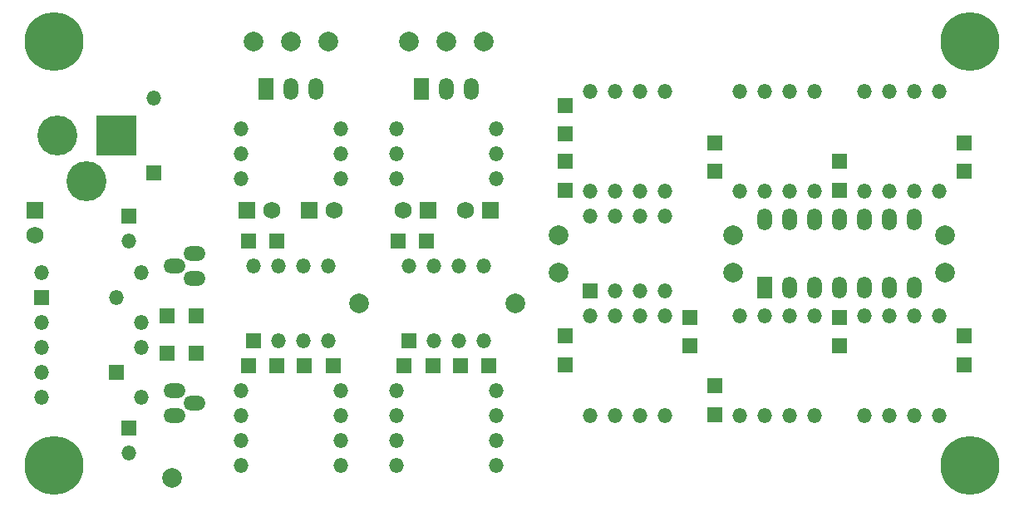
<source format=gbs>
G04 (created by PCBNEW (22-Jun-2014 BZR 4027)-stable) date Sun 10 Jun 2018 01:14:33 AM CDT*
%MOIN*%
G04 Gerber Fmt 3.4, Leading zero omitted, Abs format*
%FSLAX34Y34*%
G01*
G70*
G90*
G04 APERTURE LIST*
%ADD10C,0.00393701*%
%ADD11O,0.0885X0.059*%
%ADD12C,0.079*%
%ADD13R,0.069X0.069*%
%ADD14C,0.069*%
%ADD15O,0.059X0.059*%
%ADD16R,0.059X0.059*%
%ADD17R,0.059X0.064*%
%ADD18R,0.064X0.059*%
%ADD19R,0.16X0.16*%
%ADD20C,0.16*%
%ADD21O,0.059X0.0885*%
%ADD22R,0.059X0.0885*%
%ADD23C,0.23622*%
G04 APERTURE END LIST*
G54D10*
G54D11*
X73602Y-66750D03*
X74397Y-67250D03*
X73602Y-67750D03*
X74397Y-62250D03*
X73602Y-61750D03*
X74397Y-61250D03*
G54D12*
X104500Y-60500D03*
X87250Y-63250D03*
X83000Y-52750D03*
X86000Y-52750D03*
X84500Y-52750D03*
X78250Y-52750D03*
X76750Y-52750D03*
X79750Y-52750D03*
X81000Y-63250D03*
X73500Y-70250D03*
X89000Y-60500D03*
X89000Y-62000D03*
X96000Y-60500D03*
X96000Y-62000D03*
X104500Y-62000D03*
G54D13*
X68000Y-59500D03*
G54D14*
X68000Y-60500D03*
G54D13*
X76500Y-59500D03*
G54D14*
X77500Y-59500D03*
G54D13*
X79000Y-59500D03*
G54D14*
X80000Y-59500D03*
G54D13*
X86250Y-59500D03*
G54D14*
X85250Y-59500D03*
G54D13*
X83750Y-59500D03*
G54D14*
X82750Y-59500D03*
G54D15*
X76250Y-67750D03*
X80250Y-67750D03*
X82500Y-69750D03*
X86500Y-69750D03*
X82500Y-58250D03*
X86500Y-58250D03*
X82500Y-68750D03*
X86500Y-68750D03*
X96250Y-63750D03*
X96250Y-67750D03*
X97250Y-63750D03*
X97250Y-67750D03*
X99250Y-63750D03*
X99250Y-67750D03*
X98250Y-63750D03*
X98250Y-67750D03*
X104250Y-63750D03*
X104250Y-67750D03*
X103250Y-63750D03*
X103250Y-67750D03*
X101250Y-63750D03*
X101250Y-67750D03*
X102250Y-63750D03*
X102250Y-67750D03*
X104250Y-58750D03*
X104250Y-54750D03*
X103250Y-58750D03*
X103250Y-54750D03*
X101250Y-58750D03*
X101250Y-54750D03*
X102250Y-58750D03*
X102250Y-54750D03*
X96250Y-58750D03*
X96250Y-54750D03*
X97250Y-58750D03*
X97250Y-54750D03*
X99250Y-58750D03*
X99250Y-54750D03*
X98250Y-58750D03*
X98250Y-54750D03*
X91250Y-63750D03*
X91250Y-67750D03*
X80250Y-66750D03*
X76250Y-66750D03*
X76250Y-69750D03*
X80250Y-69750D03*
X76250Y-68750D03*
X80250Y-68750D03*
X68250Y-62000D03*
X72250Y-62000D03*
X72250Y-67000D03*
X68250Y-67000D03*
X72250Y-64000D03*
X68250Y-64000D03*
X68250Y-65000D03*
X72250Y-65000D03*
X90250Y-63750D03*
X90250Y-67750D03*
X82500Y-67750D03*
X86500Y-67750D03*
X93250Y-63750D03*
X93250Y-67750D03*
X92250Y-63750D03*
X92250Y-67750D03*
X90250Y-58750D03*
X90250Y-54750D03*
X91250Y-58750D03*
X91250Y-54750D03*
X92250Y-58750D03*
X92250Y-54750D03*
X86500Y-66750D03*
X82500Y-66750D03*
X93250Y-58750D03*
X93250Y-54750D03*
X80250Y-58250D03*
X76250Y-58250D03*
G54D16*
X71750Y-59750D03*
G54D15*
X71750Y-60750D03*
G54D16*
X71750Y-68250D03*
G54D15*
X71750Y-69250D03*
G54D16*
X83000Y-64750D03*
G54D15*
X84000Y-64750D03*
X85000Y-64750D03*
X86000Y-64750D03*
X86000Y-61750D03*
X85000Y-61750D03*
X83000Y-61750D03*
X84000Y-61750D03*
G54D16*
X76750Y-64750D03*
G54D15*
X77750Y-64750D03*
X78750Y-64750D03*
X79750Y-64750D03*
X79750Y-61750D03*
X78750Y-61750D03*
X76750Y-61750D03*
X77750Y-61750D03*
G54D16*
X68250Y-63000D03*
G54D15*
X71250Y-63000D03*
G54D16*
X71250Y-66000D03*
G54D15*
X68250Y-66000D03*
G54D16*
X72750Y-58000D03*
G54D15*
X72750Y-55000D03*
G54D17*
X105250Y-57950D03*
X105250Y-56800D03*
X89250Y-56450D03*
X89250Y-55300D03*
G54D18*
X78800Y-65750D03*
X79950Y-65750D03*
X83950Y-65750D03*
X82800Y-65750D03*
X76550Y-60750D03*
X77700Y-60750D03*
G54D17*
X95250Y-57950D03*
X95250Y-56800D03*
X89250Y-58700D03*
X89250Y-57550D03*
X94250Y-63800D03*
X94250Y-64950D03*
G54D18*
X82550Y-60750D03*
X83700Y-60750D03*
X74450Y-63750D03*
X73300Y-63750D03*
X85050Y-65750D03*
X86200Y-65750D03*
G54D17*
X89250Y-64550D03*
X89250Y-65700D03*
X100250Y-58700D03*
X100250Y-57550D03*
X100250Y-63800D03*
X100250Y-64950D03*
X105250Y-64550D03*
X105250Y-65700D03*
G54D18*
X77700Y-65750D03*
X76550Y-65750D03*
G54D17*
X95250Y-67700D03*
X95250Y-66550D03*
G54D18*
X73300Y-65250D03*
X74450Y-65250D03*
G54D19*
X71250Y-56500D03*
G54D20*
X68900Y-56500D03*
X70050Y-58350D03*
G54D21*
X78250Y-54647D03*
X79250Y-54647D03*
G54D22*
X77250Y-54647D03*
G54D21*
X84500Y-54647D03*
X85500Y-54647D03*
G54D22*
X83500Y-54647D03*
G54D23*
X105500Y-52750D03*
X105500Y-69750D03*
X68750Y-69750D03*
X68750Y-52750D03*
G54D16*
X90250Y-62750D03*
G54D15*
X91250Y-62750D03*
X92250Y-62750D03*
X93250Y-62750D03*
X93250Y-59750D03*
X92250Y-59750D03*
X90250Y-59750D03*
X91250Y-59750D03*
G54D22*
X97250Y-62602D03*
G54D21*
X98250Y-62602D03*
X99250Y-62602D03*
X100250Y-62602D03*
X100250Y-59897D03*
X99250Y-59897D03*
X98250Y-59897D03*
X97250Y-59897D03*
X101250Y-62602D03*
X102250Y-62602D03*
X103250Y-62602D03*
X101250Y-59897D03*
X102250Y-59897D03*
X103250Y-59897D03*
G54D15*
X76250Y-56250D03*
X80250Y-56250D03*
X76250Y-57250D03*
X80250Y-57250D03*
X86500Y-57250D03*
X82500Y-57250D03*
X86500Y-56250D03*
X82500Y-56250D03*
M02*

</source>
